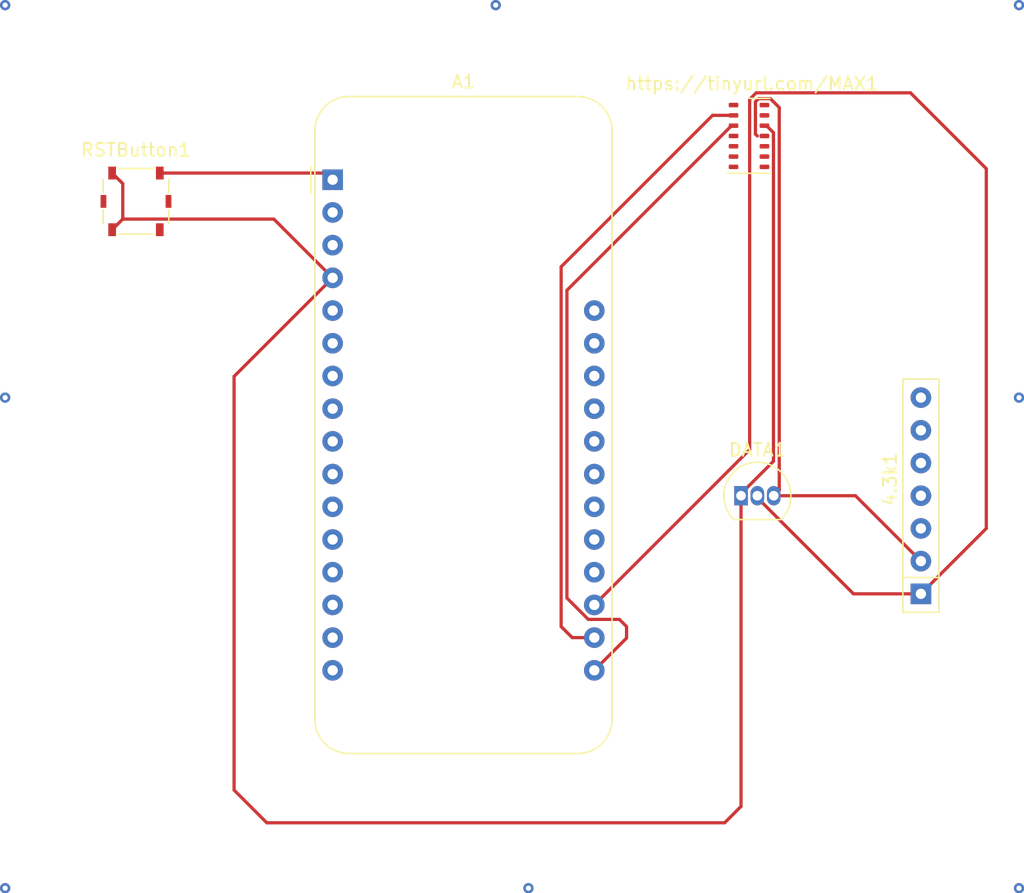
<source format=kicad_pcb>
(kicad_pcb (version 20211014) (generator pcbnew)
  (title_block (title "Deployable Medical Assistance Case (DMAC)") (date "2023-04-13") (rev "1") (company "Dhalwani Designs") (comment 2 "This is the PCB for the DMAC."))
  (layers (0 "F.Cu" signal) (31 "B.Cu" signal) (34 "B.Paste" user) (35 "F.Paste" user) (36 "B.SilkS" user "B.Silkscreen") (37 "F.SilkS" user "F.Silkscreen") (38 "B.Mask" user) (39 "F.Mask" user) (44 "Edge.Cuts" user))
  (net 0 "")
  (net 1 "Net-(A1-Pad2)")
  (net 2 "Net-(A1-Pad1)")
  (net 4 "Net-(A1-Pad4)")
  (net 17 "Net-(A1-Pad17)")
  (net 18 "Net-(A1-Pad18)")
  (net 19 "Net-(A1-Pad19)")
  (footprint "Package_TO_SOT_THT:TO-92_Inline" (layer "F.Cu") (at 176.53 96.52)
    (fp_text reference "DATA1" (at 1.27 -3.56) (layer "F.SilkS"))
    (fp_text value "DS18B20")
    (fp_line (start -0.53 1.85) (end 3.07 1.85) (layer "F.SilkS") (width 0.12))
    (fp_arc (start -0.568478 1.838478) (mid -1.132087 -0.994977) (end 1.27 -2.6) (layer "F.SilkS") (width 0.12))
    (fp_arc (start 1.27 -2.6) (mid 3.672087 -0.994977) (end 3.108478 1.838478) (layer "F.SilkS") (width 0.12))
    (pad "1" thru_hole rect (at 0 0) (size 1.05 1.5) (drill 0.75) (layers *.Cu *.Mask) (net 4 "Net-(A1-Pad4)"))
    (pad "2" thru_hole oval (at 1.27 0) (size 1.05 1.5) (drill 0.75) (layers *.Cu *.Mask) (net 19 "Net-(A1-Pad19)"))
    (pad "3" thru_hole oval (at 2.54 0) (size 1.05 1.5) (drill 0.75) (layers *.Cu *.Mask) (net 1 "Net-(A1-Pad2)"))
  )
  (footprint "Module:Adafruit_Feather" (layer "F.Cu") (at 144.815 71.98)
    (fp_text reference "A1" (at 10.16 -7.62) (layer "F.SilkS"))
    (fp_text value "Adafruit_Feather_HUZZAH32_ESP32_V2")
    (fp_line (start 19.05 -6.46) (end 1.27 -6.46) (layer "F.SilkS") (width 0.12))
    (fp_line (start 19.05 44.56) (end 1.27 44.56) (layer "F.SilkS") (width 0.12))
    (fp_line (start -1.7 1) (end -1.7 -1) (layer "F.SilkS") (width 0.12))
    (fp_line (start 21.7 -3.81) (end 21.7 41.91) (layer "F.SilkS") (width 0.12))
    (fp_line (start -1.38 -3.81) (end -1.38 41.91) (layer "F.SilkS") (width 0.12))
    (fp_arc (start -1.38 -3.81) (mid -0.603833 -5.683833) (end 1.27 -6.46) (layer "F.SilkS") (width 0.12))
    (fp_arc (start 1.27 44.56) (mid -0.603833 43.783833) (end -1.38 41.91) (layer "F.SilkS") (width 0.12))
    (fp_arc (start 21.7 41.91) (mid 20.923833 43.783833) (end 19.05 44.56) (layer "F.SilkS") (width 0.12))
    (fp_arc (start 19.05 -6.46) (mid 20.923833 -5.683833) (end 21.7 -3.81) (layer "F.SilkS") (width 0.12))
    (pad "1" thru_hole rect (at 0 0 180) (size 1.6 1.6) (drill 0.8) (layers *.Cu *.Mask) (net 2 "Net-(A1-Pad1)"))
    (pad "2" thru_hole circle (at 0 2.54 180) (size 1.6 1.6) (drill 0.8) (layers *.Cu *.Mask) (net 1 "Net-(A1-Pad2)"))
    (pad "3" thru_hole circle (at 0 5.08 180) (size 1.6 1.6) (drill 0.8) (layers *.Cu *.Mask))
    (pad "4" thru_hole circle (at 0 7.62 180) (size 1.6 1.6) (drill 0.8) (layers *.Cu *.Mask) (net 4 "Net-(A1-Pad4)"))
    (pad "5" thru_hole circle (at 0 10.16 180) (size 1.6 1.6) (drill 0.8) (layers *.Cu *.Mask))
    (pad "6" thru_hole circle (at 0 12.7 180) (size 1.6 1.6) (drill 0.8) (layers *.Cu *.Mask))
    (pad "7" thru_hole circle (at 0 15.24 180) (size 1.6 1.6) (drill 0.8) (layers *.Cu *.Mask))
    (pad "8" thru_hole circle (at 0 17.78 180) (size 1.6 1.6) (drill 0.8) (layers *.Cu *.Mask))
    (pad "9" thru_hole circle (at 0 20.32 180) (size 1.6 1.6) (drill 0.8) (layers *.Cu *.Mask))
    (pad "10" thru_hole circle (at 0 22.86 180) (size 1.6 1.6) (drill 0.8) (layers *.Cu *.Mask))
    (pad "11" thru_hole circle (at 0 25.4 180) (size 1.6 1.6) (drill 0.8) (layers *.Cu *.Mask))
    (pad "12" thru_hole circle (at 0 27.94 180) (size 1.6 1.6) (drill 0.8) (layers *.Cu *.Mask))
    (pad "13" thru_hole circle (at 0 30.48 180) (size 1.6 1.6) (drill 0.8) (layers *.Cu *.Mask))
    (pad "14" thru_hole circle (at 0 33.02 180) (size 1.6 1.6) (drill 0.8) (layers *.Cu *.Mask))
    (pad "15" thru_hole circle (at 0 35.56 180) (size 1.6 1.6) (drill 0.8) (layers *.Cu *.Mask))
    (pad "16" thru_hole circle (at 0 38.1 180) (size 1.6 1.6) (drill 0.8) (layers *.Cu *.Mask))
    (pad "17" thru_hole circle (at 20.32 38.1 180) (size 1.6 1.6) (drill 0.8) (layers *.Cu *.Mask) (net 17 "Net-(A1-Pad17)"))
    (pad "18" thru_hole circle (at 20.32 35.56 180) (size 1.6 1.6) (drill 0.8) (layers *.Cu *.Mask) (net 18 "Net-(A1-Pad18)"))
    (pad "19" thru_hole circle (at 20.32 33.02 180) (size 1.6 1.6) (drill 0.8) (layers *.Cu *.Mask) (net 19 "Net-(A1-Pad19)"))
    (pad "20" thru_hole circle (at 20.32 30.48 180) (size 1.6 1.6) (drill 0.8) (layers *.Cu *.Mask))
    (pad "21" thru_hole circle (at 20.32 27.94 180) (size 1.6 1.6) (drill 0.8) (layers *.Cu *.Mask))
    (pad "22" thru_hole circle (at 20.32 25.4 180) (size 1.6 1.6) (drill 0.8) (layers *.Cu *.Mask))
    (pad "23" thru_hole circle (at 20.32 22.86 180) (size 1.6 1.6) (drill 0.8) (layers *.Cu *.Mask))
    (pad "24" thru_hole circle (at 20.32 20.32 180) (size 1.6 1.6) (drill 0.8) (layers *.Cu *.Mask))
    (pad "25" thru_hole circle (at 20.32 17.78 180) (size 1.6 1.6) (drill 0.8) (layers *.Cu *.Mask))
    (pad "26" thru_hole circle (at 20.32 15.24 180) (size 1.6 1.6) (drill 0.8) (layers *.Cu *.Mask))
    (pad "27" thru_hole circle (at 20.32 12.7 180) (size 1.6 1.6) (drill 0.8) (layers *.Cu *.Mask))
    (pad "28" thru_hole circle (at 20.32 10.16 180) (size 1.6 1.6) (drill 0.8) (layers *.Cu *.Mask))
  )
  (footprint "Button_Switch_SMD:SW_SPST_Panasonic_EVQPL_3PL_5PL_PT_A08" (layer "F.Cu") (at 129.54 73.66)
    (fp_text reference "RSTButton1" (at 0 -4) (layer "F.SilkS"))
    (fp_text value "SW_Push")
    (fp_line (start -1.375 -2.55) (end 1.375 -2.55) (layer "F.SilkS") (width 0.12))
    (fp_line (start 2.55 -1.7) (end 2.55 -0.675) (layer "F.SilkS") (width 0.12))
    (fp_line (start -1.375 2.55) (end 1.375 2.55) (layer "F.SilkS") (width 0.12))
    (fp_line (start -2.55 -1.7) (end -2.55 -0.675) (layer "F.SilkS") (width 0.12))
    (fp_line (start -2.55 0.675) (end -2.55 1.7) (layer "F.SilkS") (width 0.12))
    (fp_line (start 2.55 0.675) (end 2.55 1.7) (layer "F.SilkS") (width 0.12))
    (pad "0" smd rect (at 2.525 0) (size 0.45 1) (layers "F.Cu" "F.Paste" "F.Mask"))
    (pad "0" smd rect (at -2.525 0) (size 0.45 1) (layers "F.Cu" "F.Paste" "F.Mask"))
    (pad "1" smd rect (at -1.85 -2.2) (size 0.6 1) (layers "F.Cu" "F.Paste" "F.Mask") (net 4 "Net-(A1-Pad4)"))
    (pad "1" smd rect (at -1.85 2.2) (size 0.6 1) (layers "F.Cu" "F.Paste" "F.Mask") (net 4 "Net-(A1-Pad4)"))
    (pad "2" smd rect (at 1.85 2.2) (size 0.6 1) (layers "F.Cu" "F.Paste" "F.Mask") (net 2 "Net-(A1-Pad1)"))
    (pad "2" smd rect (at 1.85 -2.2) (size 0.6 1) (layers "F.Cu" "F.Paste" "F.Mask") (net 2 "Net-(A1-Pad1)"))
  )
  (footprint "OptoDevice:Maxim_OLGA-14_3.3x5.6mm_P0.8mm" (layer "F.Cu") (at 177.15 68.58)
    (fp_text reference "https://tinyurl.com/MAX1" (at 0.22 -4.07) (layer "F.SilkS"))
    (fp_text value "GY-MAX30102")
    (fp_line (start 1.66 2.9) (end -1.65 2.9) (layer "F.SilkS") (width 0.12))
    (fp_line (start 0 -2.92) (end 1.64 -2.92) (layer "F.SilkS") (width 0.12))
    (pad "1" smd roundrect (at -1.2 -2.4) (size 0.75 0.35) (layers "F.Cu" "F.Paste" "F.Mask"))
    (pad "2" smd roundrect (at -1.2 -1.6) (size 0.75 0.35) (layers "F.Cu" "F.Paste" "F.Mask") (net 18 "Net-(A1-Pad18)"))
    (pad "3" smd roundrect (at -1.2 -0.8) (size 0.75 0.35) (layers "F.Cu" "F.Paste" "F.Mask") (net 17 "Net-(A1-Pad17)"))
    (pad "4" smd roundrect (at -1.2 0) (size 0.75 0.35) (layers "F.Cu" "F.Paste" "F.Mask"))
    (pad "5" smd roundrect (at -1.2 0.8) (size 0.75 0.35) (layers "F.Cu" "F.Paste" "F.Mask"))
    (pad "6" smd roundrect (at -1.2 1.6) (size 0.75 0.35) (layers "F.Cu" "F.Paste" "F.Mask"))
    (pad "7" smd roundrect (at -1.2 2.4) (size 0.75 0.35) (layers "F.Cu" "F.Paste" "F.Mask"))
    (pad "8" smd roundrect (at 1.2 2.4) (size 0.75 0.35) (layers "F.Cu" "F.Paste" "F.Mask"))
    (pad "9" smd roundrect (at 1.2 1.6) (size 0.75 0.35) (layers "F.Cu" "F.Paste" "F.Mask"))
    (pad "10" smd roundrect (at 1.2 0.8) (size 0.75 0.35) (layers "F.Cu" "F.Paste" "F.Mask"))
    (pad "11" smd roundrect (at 1.2 0) (size 0.75 0.35) (layers "F.Cu" "F.Paste" "F.Mask") (net 1 "Net-(A1-Pad2)"))
    (pad "12" smd roundrect (at 1.2 -0.8) (size 0.75 0.35) (layers "F.Cu" "F.Paste" "F.Mask") (net 4 "Net-(A1-Pad4)"))
    (pad "13" smd roundrect (at 1.2 -1.6) (size 0.75 0.35) (layers "F.Cu" "F.Paste" "F.Mask"))
    (pad "14" smd roundrect (at 1.2 -2.4) (size 0.75 0.35) (layers "F.Cu" "F.Paste" "F.Mask"))
  )
  (footprint "Resistor_THT:R_Array_SIP7" (layer "F.Cu") (at 190.5 104.14 90)
    (fp_text reference "4.3k1" (at 8.89 -2.4 90) (layer "F.SilkS"))
    (fp_text value "4.3kΩ")
    (fp_line (start -1.44 -1.4) (end -1.44 1.4) (layer "F.SilkS") (width 0.12))
    (fp_line (start 16.68 -1.4) (end -1.44 -1.4) (layer "F.SilkS") (width 0.12))
    (fp_line (start -1.44 1.4) (end 16.68 1.4) (layer "F.SilkS") (width 0.12))
    (fp_line (start 1.27 -1.4) (end 1.27 1.4) (layer "F.SilkS") (width 0.12))
    (fp_line (start 16.68 1.4) (end 16.68 -1.4) (layer "F.SilkS") (width 0.12))
    (pad "1" thru_hole rect (at 0 0 90) (size 1.6 1.6) (drill 0.8) (layers *.Cu *.Mask) (net 19 "Net-(A1-Pad19)"))
    (pad "2" thru_hole oval (at 2.54 0 90) (size 1.6 1.6) (drill 0.8) (layers *.Cu *.Mask) (net 1 "Net-(A1-Pad2)"))
    (pad "3" thru_hole oval (at 5.08 0 90) (size 1.6 1.6) (drill 0.8) (layers *.Cu *.Mask))
    (pad "4" thru_hole oval (at 7.62 0 90) (size 1.6 1.6) (drill 0.8) (layers *.Cu *.Mask))
    (pad "5" thru_hole oval (at 10.16 0 90) (size 1.6 1.6) (drill 0.8) (layers *.Cu *.Mask))
    (pad "6" thru_hole oval (at 12.7 0 90) (size 1.6 1.6) (drill 0.8) (layers *.Cu *.Mask))
    (pad "7" thru_hole oval (at 15.24 0 90) (size 1.6 1.6) (drill 0.8) (layers *.Cu *.Mask))
  )
  (via (at 119.38 88.9) (size 0.8) (drill 0.4) (layers "F.Cu" "B.Cu") (net 0))
  (via (at 119.38 127) (size 0.8) (drill 0.4) (layers "F.Cu" "B.Cu") (net 0))
  (via (at 198.12 127) (size 0.8) (drill 0.4) (layers "F.Cu" "B.Cu") (net 0))
  (via (at 160.02 127) (size 0.8) (drill 0.4) (layers "F.Cu" "B.Cu") (net 0))
  (via (at 198.12 88.9) (size 0.8) (drill 0.4) (layers "F.Cu" "B.Cu") (net 0))
  (via (at 157.48 58.42) (size 0.8) (drill 0.4) (layers "F.Cu" "B.Cu") (net 0))
  (via (at 119.38 58.42) (size 0.8) (drill 0.4) (layers "F.Cu" "B.Cu") (net 0))
  (via (at 198.12 58.42) (size 0.8) (drill 0.4) (layers "F.Cu" "B.Cu") (net 0))
  (segment (start 179.07 96.52) (end 179.5 96.09) (width 0.25) (layer "F.Cu") (net 1))
  (segment (start 179.5 66.371637) (end 178.808363 65.68) (width 0.25) (layer "F.Cu") (net 1))
  (segment (start 178.808363 65.68) (end 177.891637 65.68) (width 0.25) (layer "F.Cu") (net 1))
  (segment (start 177.65 65.921637) (end 177.65 68.43) (width 0.25) (layer "F.Cu") (net 1))
  (segment (start 177.65 68.43) (end 177.8 68.58) (width 0.25) (layer "F.Cu") (net 1))
  (segment (start 185.42 96.52) (end 190.5 101.6) (width 0.25) (layer "F.Cu") (net 1))
  (segment (start 179.5 96.09) (end 179.5 66.371637) (width 0.25) (layer "F.Cu") (net 1))
  (segment (start 179.07 96.52) (end 185.42 96.52) (width 0.25) (layer "F.Cu") (net 1))
  (segment (start 177.891637 65.68) (end 177.65 65.921637) (width 0.25) (layer "F.Cu") (net 1))
  (segment (start 131.39 71.46) (end 144.295 71.46) (width 0.25) (layer "F.Cu") (net 2))
  (segment (start 144.295 71.46) (end 144.815 71.98) (width 0.25) (layer "F.Cu") (net 2))
  (segment (start 139.7 121.92) (end 137.16 119.38) (width 0.25) (layer "F.Cu") (net 4))
  (segment (start 178.508363 67.78) (end 178.35 67.78) (width 0.25) (layer "F.Cu") (net 4))
  (segment (start 179.05 68.321637) (end 178.508363 67.78) (width 0.25) (layer "F.Cu") (net 4))
  (segment (start 128.515 72.285) (end 128.515 75.035) (width 0.25) (layer "F.Cu") (net 4))
  (segment (start 176.53 96.52) (end 176.53 96.362918) (width 0.25) (layer "F.Cu") (net 4))
  (segment (start 127.69 71.46) (end 128.515 72.285) (width 0.25) (layer "F.Cu") (net 4))
  (segment (start 179.05 93.842918) (end 179.05 68.321637) (width 0.25) (layer "F.Cu") (net 4))
  (segment (start 140.25 75.035) (end 144.815 79.6) (width 0.25) (layer "F.Cu") (net 4))
  (segment (start 137.16 87.255) (end 144.815 79.6) (width 0.25) (layer "F.Cu") (net 4))
  (segment (start 176.53 120.65) (end 175.26 121.92) (width 0.25) (layer "F.Cu") (net 4))
  (segment (start 175.26 121.92) (end 139.7 121.92) (width 0.25) (layer "F.Cu") (net 4))
  (segment (start 137.16 119.38) (end 137.16 87.255) (width 0.25) (layer "F.Cu") (net 4))
  (segment (start 176.53 96.52) (end 176.53 120.65) (width 0.25) (layer "F.Cu") (net 4))
  (segment (start 176.53 96.362918) (end 179.05 93.842918) (width 0.25) (layer "F.Cu") (net 4))
  (segment (start 128.515 75.035) (end 140.25 75.035) (width 0.25) (layer "F.Cu") (net 4))
  (segment (start 127.69 75.86) (end 128.515 75.035) (width 0.25) (layer "F.Cu") (net 4))
  (segment (start 167.085 106.125) (end 164.669009 106.125) (width 0.25) (layer "F.Cu") (net 17))
  (segment (start 163.01 80.561637) (end 175.791637 67.78) (width 0.25) (layer "F.Cu") (net 17))
  (segment (start 163.01 104.465991) (end 163.01 80.561637) (width 0.25) (layer "F.Cu") (net 17))
  (segment (start 164.669009 106.125) (end 163.01 104.465991) (width 0.25) (layer "F.Cu") (net 17))
  (segment (start 165.135 110.08) (end 167.64 107.575) (width 0.25) (layer "F.Cu") (net 17))
  (segment (start 167.64 107.575) (end 167.64 106.68) (width 0.25) (layer "F.Cu") (net 17))
  (segment (start 167.64 106.68) (end 167.085 106.125) (width 0.25) (layer "F.Cu") (net 17))
  (segment (start 175.791637 67.78) (end 175.95 67.78) (width 0.25) (layer "F.Cu") (net 17))
  (segment (start 162.56 78.74) (end 174.32 66.98) (width 0.25) (layer "F.Cu") (net 18))
  (segment (start 165.135 107.54) (end 163.42 107.54) (width 0.25) (layer "F.Cu") (net 18))
  (segment (start 174.32 66.98) (end 175.95 66.98) (width 0.25) (layer "F.Cu") (net 18))
  (segment (start 162.56 106.68) (end 162.56 78.74) (width 0.25) (layer "F.Cu") (net 18))
  (segment (start 163.42 107.54) (end 162.56 106.68) (width 0.25) (layer "F.Cu") (net 18))
  (segment (start 177.2 65.735241) (end 177.705241 65.23) (width 0.25) (layer "F.Cu") (net 19))
  (segment (start 185.262918 104.14) (end 177.8 96.677082) (width 0.25) (layer "F.Cu") (net 19))
  (segment (start 165.135 105) (end 177.2 92.935) (width 0.25) (layer "F.Cu") (net 19))
  (segment (start 189.69 65.23) (end 195.58 71.12) (width 0.25) (layer "F.Cu") (net 19))
  (segment (start 195.58 99.06) (end 190.5 104.14) (width 0.25) (layer "F.Cu") (net 19))
  (segment (start 190.5 104.14) (end 185.262918 104.14) (width 0.25) (layer "F.Cu") (net 19))
  (segment (start 177.8 96.677082) (end 177.8 96.52) (width 0.25) (layer "F.Cu") (net 19))
  (segment (start 195.58 71.12) (end 195.58 99.06) (width 0.25) (layer "F.Cu") (net 19))
  (segment (start 177.705241 65.23) (end 189.69 65.23) (width 0.25) (layer "F.Cu") (net 19))
  (segment (start 177.2 92.935) (end 177.2 65.735241) (width 0.25) (layer "F.Cu") (net 19))
)
</source>
